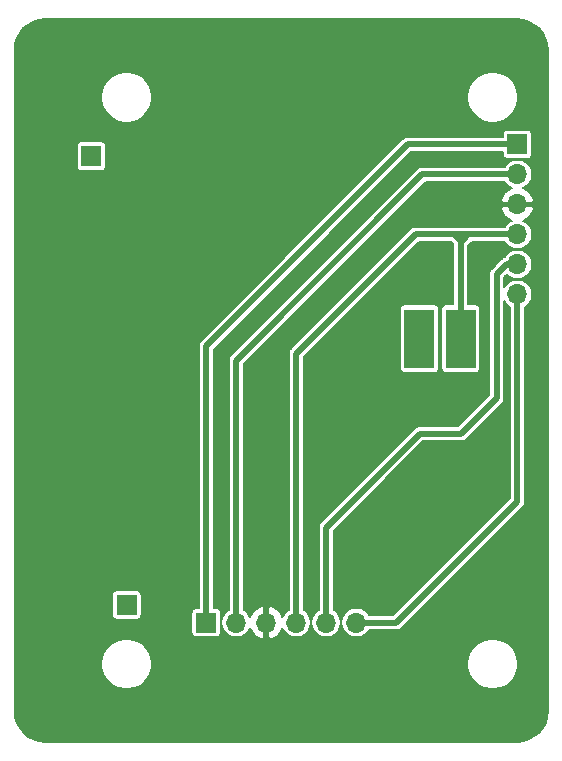
<source format=gtl>
%TF.GenerationSoftware,KiCad,Pcbnew,(5.1.10)-1*%
%TF.CreationDate,2022-06-29T16:45:49+02:00*%
%TF.ProjectId,Stop_BBM_3PIC,53746f70-5f42-4424-9d5f-335049432e6b,FOR 1.1*%
%TF.SameCoordinates,Original*%
%TF.FileFunction,Copper,L1,Top*%
%TF.FilePolarity,Positive*%
%FSLAX46Y46*%
G04 Gerber Fmt 4.6, Leading zero omitted, Abs format (unit mm)*
G04 Created by KiCad (PCBNEW (5.1.10)-1) date 2022-06-29 16:45:49*
%MOMM*%
%LPD*%
G01*
G04 APERTURE LIST*
%TA.AperFunction,ComponentPad*%
%ADD10O,1.700000X1.700000*%
%TD*%
%TA.AperFunction,ComponentPad*%
%ADD11R,1.700000X1.700000*%
%TD*%
%TA.AperFunction,SMDPad,CuDef*%
%ADD12R,2.500000X5.000000*%
%TD*%
%TA.AperFunction,Conductor*%
%ADD13C,0.500000*%
%TD*%
%TA.AperFunction,Conductor*%
%ADD14C,0.200000*%
%TD*%
%TA.AperFunction,Conductor*%
%ADD15C,0.100000*%
%TD*%
G04 APERTURE END LIST*
D10*
%TO.P,J3,6*%
%TO.N,Vbatt*%
X122000000Y-131700000D03*
%TO.P,J3,5*%
%TO.N,ISCPCLK*%
X122000000Y-129160000D03*
%TO.P,J3,4*%
%TO.N,ISCPDAT*%
X122000000Y-126620000D03*
%TO.P,J3,3*%
%TO.N,GND*%
X122000000Y-124080000D03*
%TO.P,J3,2*%
%TO.N,+3V3_5V*%
X122000000Y-121540000D03*
D11*
%TO.P,J3,1*%
%TO.N,MCLR*%
X122000000Y-119000000D03*
%TD*%
D12*
%TO.P,J1,2*%
%TO.N,ISCPDAT*%
X117200000Y-135450000D03*
%TO.P,J1,1*%
%TO.N,Net-(J1-Pad1)*%
X113700000Y-135450000D03*
%TD*%
D10*
%TO.P,J2,6*%
%TO.N,Vbatt*%
X108350000Y-159490000D03*
%TO.P,J2,5*%
%TO.N,ISCPCLK*%
X105810000Y-159490000D03*
%TO.P,J2,4*%
%TO.N,ISCPDAT*%
X103270000Y-159490000D03*
%TO.P,J2,3*%
%TO.N,GND*%
X100730000Y-159490000D03*
%TO.P,J2,2*%
%TO.N,+3V3_5V*%
X98190000Y-159490000D03*
D11*
%TO.P,J2,1*%
%TO.N,MCLR*%
X95650000Y-159490000D03*
%TD*%
%TO.P,J4,1*%
%TO.N,ISCPDAT*%
X117200000Y-135450000D03*
%TD*%
%TO.P,J5,1*%
%TO.N,Net-(J5-Pad1)*%
X85920000Y-120000000D03*
%TD*%
%TO.P,J6,1*%
%TO.N,Net-(J6-Pad1)*%
X88920000Y-158000000D03*
%TD*%
D13*
%TO.N,Vbatt*%
X108350000Y-159490000D02*
X111760000Y-159490000D01*
X122000000Y-149250000D02*
X122000000Y-131700000D01*
X111760000Y-159490000D02*
X122000000Y-149250000D01*
%TO.N,+3V3_5V*%
X122000000Y-121540000D02*
X113960000Y-121540000D01*
X98190000Y-137310000D02*
X98190000Y-159490000D01*
X113960000Y-121540000D02*
X98190000Y-137310000D01*
%TO.N,MCLR*%
X95650000Y-159490000D02*
X95650000Y-136100000D01*
X112750000Y-119000000D02*
X122000000Y-119000000D01*
X95650000Y-136100000D02*
X112750000Y-119000000D01*
%TO.N,ISCPDAT*%
X103270000Y-159490000D02*
X103270000Y-136730000D01*
X103270000Y-136730000D02*
X113380000Y-126620000D01*
X117120000Y-126620000D02*
X117620000Y-126620000D01*
X117620000Y-126620000D02*
X122000000Y-126620000D01*
X116620000Y-126620000D02*
X117120000Y-126620000D01*
X113380000Y-126620000D02*
X116620000Y-126620000D01*
X117200000Y-126700000D02*
X117120000Y-126620000D01*
X117620000Y-126880000D02*
X117200000Y-127300000D01*
X117620000Y-126620000D02*
X117620000Y-126880000D01*
X117200000Y-127300000D02*
X117200000Y-126700000D01*
X117200000Y-135450000D02*
X117200000Y-127300000D01*
X117200000Y-127200000D02*
X116620000Y-126620000D01*
X117200000Y-127300000D02*
X117200000Y-127200000D01*
%TO.N,ISCPCLK*%
X122000000Y-129160000D02*
X121090000Y-129160000D01*
X121090000Y-129160000D02*
X120250000Y-130000000D01*
X120250000Y-130000000D02*
X120250000Y-140500000D01*
X120250000Y-140500000D02*
X117250000Y-143500000D01*
X117250000Y-143500000D02*
X113750000Y-143500000D01*
X105810000Y-151440000D02*
X105810000Y-159490000D01*
X113750000Y-143500000D02*
X105810000Y-151440000D01*
%TD*%
D14*
%TO.N,GND*%
X122499759Y-108476041D02*
X122980480Y-108621179D01*
X123423856Y-108856925D01*
X123812996Y-109174300D01*
X124133081Y-109561216D01*
X124371919Y-110002939D01*
X124520410Y-110482634D01*
X124575000Y-111002025D01*
X124575001Y-166979200D01*
X124523959Y-167499759D01*
X124378821Y-167980480D01*
X124143075Y-168423856D01*
X123825697Y-168812998D01*
X123438784Y-169133081D01*
X122997061Y-169371919D01*
X122517368Y-169520410D01*
X121997975Y-169575000D01*
X82020790Y-169575000D01*
X81500241Y-169523959D01*
X81019520Y-169378821D01*
X80576144Y-169143075D01*
X80187002Y-168825697D01*
X79866919Y-168438784D01*
X79628081Y-167997061D01*
X79479590Y-167517368D01*
X79425000Y-166997975D01*
X79425000Y-162788243D01*
X86770000Y-162788243D01*
X86770000Y-163211757D01*
X86852623Y-163627132D01*
X87014695Y-164018407D01*
X87249986Y-164370545D01*
X87549455Y-164670014D01*
X87901593Y-164905305D01*
X88292868Y-165067377D01*
X88708243Y-165150000D01*
X89131757Y-165150000D01*
X89547132Y-165067377D01*
X89938407Y-164905305D01*
X90290545Y-164670014D01*
X90590014Y-164370545D01*
X90825305Y-164018407D01*
X90987377Y-163627132D01*
X91070000Y-163211757D01*
X91070000Y-162788243D01*
X117770000Y-162788243D01*
X117770000Y-163211757D01*
X117852623Y-163627132D01*
X118014695Y-164018407D01*
X118249986Y-164370545D01*
X118549455Y-164670014D01*
X118901593Y-164905305D01*
X119292868Y-165067377D01*
X119708243Y-165150000D01*
X120131757Y-165150000D01*
X120547132Y-165067377D01*
X120938407Y-164905305D01*
X121290545Y-164670014D01*
X121590014Y-164370545D01*
X121825305Y-164018407D01*
X121987377Y-163627132D01*
X122070000Y-163211757D01*
X122070000Y-162788243D01*
X121987377Y-162372868D01*
X121825305Y-161981593D01*
X121590014Y-161629455D01*
X121290545Y-161329986D01*
X120938407Y-161094695D01*
X120547132Y-160932623D01*
X120131757Y-160850000D01*
X119708243Y-160850000D01*
X119292868Y-160932623D01*
X118901593Y-161094695D01*
X118549455Y-161329986D01*
X118249986Y-161629455D01*
X118014695Y-161981593D01*
X117852623Y-162372868D01*
X117770000Y-162788243D01*
X91070000Y-162788243D01*
X90987377Y-162372868D01*
X90825305Y-161981593D01*
X90590014Y-161629455D01*
X90290545Y-161329986D01*
X89938407Y-161094695D01*
X89547132Y-160932623D01*
X89131757Y-160850000D01*
X88708243Y-160850000D01*
X88292868Y-160932623D01*
X87901593Y-161094695D01*
X87549455Y-161329986D01*
X87249986Y-161629455D01*
X87014695Y-161981593D01*
X86852623Y-162372868D01*
X86770000Y-162788243D01*
X79425000Y-162788243D01*
X79425000Y-157150000D01*
X87668065Y-157150000D01*
X87668065Y-158850000D01*
X87675788Y-158928414D01*
X87698660Y-159003814D01*
X87735803Y-159073303D01*
X87785789Y-159134211D01*
X87846697Y-159184197D01*
X87916186Y-159221340D01*
X87991586Y-159244212D01*
X88070000Y-159251935D01*
X89770000Y-159251935D01*
X89848414Y-159244212D01*
X89923814Y-159221340D01*
X89993303Y-159184197D01*
X90054211Y-159134211D01*
X90104197Y-159073303D01*
X90141340Y-159003814D01*
X90164212Y-158928414D01*
X90171935Y-158850000D01*
X90171935Y-158640000D01*
X94398065Y-158640000D01*
X94398065Y-160340000D01*
X94405788Y-160418414D01*
X94428660Y-160493814D01*
X94465803Y-160563303D01*
X94515789Y-160624211D01*
X94576697Y-160674197D01*
X94646186Y-160711340D01*
X94721586Y-160734212D01*
X94800000Y-160741935D01*
X96500000Y-160741935D01*
X96578414Y-160734212D01*
X96653814Y-160711340D01*
X96723303Y-160674197D01*
X96784211Y-160624211D01*
X96834197Y-160563303D01*
X96871340Y-160493814D01*
X96894212Y-160418414D01*
X96901935Y-160340000D01*
X96901935Y-159366886D01*
X96940000Y-159366886D01*
X96940000Y-159613114D01*
X96988037Y-159854611D01*
X97082265Y-160082097D01*
X97219062Y-160286828D01*
X97393172Y-160460938D01*
X97597903Y-160597735D01*
X97825389Y-160691963D01*
X98066886Y-160740000D01*
X98313114Y-160740000D01*
X98554611Y-160691963D01*
X98782097Y-160597735D01*
X98986828Y-160460938D01*
X99160938Y-160286828D01*
X99297735Y-160082097D01*
X99352588Y-159949670D01*
X99423065Y-160136300D01*
X99574264Y-160378852D01*
X99769878Y-160587246D01*
X100002389Y-160753473D01*
X100262861Y-160871146D01*
X100351090Y-160897903D01*
X100576000Y-160786889D01*
X100576000Y-159644000D01*
X100556000Y-159644000D01*
X100556000Y-159336000D01*
X100576000Y-159336000D01*
X100576000Y-158193111D01*
X100884000Y-158193111D01*
X100884000Y-159336000D01*
X100904000Y-159336000D01*
X100904000Y-159644000D01*
X100884000Y-159644000D01*
X100884000Y-160786889D01*
X101108910Y-160897903D01*
X101197139Y-160871146D01*
X101457611Y-160753473D01*
X101690122Y-160587246D01*
X101885736Y-160378852D01*
X102036935Y-160136300D01*
X102107412Y-159949670D01*
X102162265Y-160082097D01*
X102299062Y-160286828D01*
X102473172Y-160460938D01*
X102677903Y-160597735D01*
X102905389Y-160691963D01*
X103146886Y-160740000D01*
X103393114Y-160740000D01*
X103634611Y-160691963D01*
X103862097Y-160597735D01*
X104066828Y-160460938D01*
X104240938Y-160286828D01*
X104377735Y-160082097D01*
X104471963Y-159854611D01*
X104520000Y-159613114D01*
X104520000Y-159366886D01*
X104560000Y-159366886D01*
X104560000Y-159613114D01*
X104608037Y-159854611D01*
X104702265Y-160082097D01*
X104839062Y-160286828D01*
X105013172Y-160460938D01*
X105217903Y-160597735D01*
X105445389Y-160691963D01*
X105686886Y-160740000D01*
X105933114Y-160740000D01*
X106174611Y-160691963D01*
X106402097Y-160597735D01*
X106606828Y-160460938D01*
X106780938Y-160286828D01*
X106917735Y-160082097D01*
X107011963Y-159854611D01*
X107060000Y-159613114D01*
X107060000Y-159366886D01*
X107011963Y-159125389D01*
X106917735Y-158897903D01*
X106780938Y-158693172D01*
X106606828Y-158519062D01*
X106460000Y-158420955D01*
X106460000Y-151709238D01*
X114019238Y-144150000D01*
X117218079Y-144150000D01*
X117250000Y-144153144D01*
X117281921Y-144150000D01*
X117281932Y-144150000D01*
X117377422Y-144140595D01*
X117499948Y-144103427D01*
X117612868Y-144043070D01*
X117711843Y-143961843D01*
X117732200Y-143937038D01*
X120687038Y-140982200D01*
X120711843Y-140961843D01*
X120793070Y-140862868D01*
X120853427Y-140749948D01*
X120890595Y-140627422D01*
X120900000Y-140531932D01*
X120900000Y-140531924D01*
X120903144Y-140500000D01*
X120900000Y-140468076D01*
X120900000Y-132303673D01*
X121029062Y-132496828D01*
X121203172Y-132670938D01*
X121350001Y-132769046D01*
X121350000Y-148980762D01*
X111490762Y-158840000D01*
X109419045Y-158840000D01*
X109320938Y-158693172D01*
X109146828Y-158519062D01*
X108942097Y-158382265D01*
X108714611Y-158288037D01*
X108473114Y-158240000D01*
X108226886Y-158240000D01*
X107985389Y-158288037D01*
X107757903Y-158382265D01*
X107553172Y-158519062D01*
X107379062Y-158693172D01*
X107242265Y-158897903D01*
X107148037Y-159125389D01*
X107100000Y-159366886D01*
X107100000Y-159613114D01*
X107148037Y-159854611D01*
X107242265Y-160082097D01*
X107379062Y-160286828D01*
X107553172Y-160460938D01*
X107757903Y-160597735D01*
X107985389Y-160691963D01*
X108226886Y-160740000D01*
X108473114Y-160740000D01*
X108714611Y-160691963D01*
X108942097Y-160597735D01*
X109146828Y-160460938D01*
X109320938Y-160286828D01*
X109419045Y-160140000D01*
X111728079Y-160140000D01*
X111760000Y-160143144D01*
X111791921Y-160140000D01*
X111791932Y-160140000D01*
X111887422Y-160130595D01*
X112009948Y-160093427D01*
X112122868Y-160033070D01*
X112221843Y-159951843D01*
X112242200Y-159927038D01*
X122437039Y-149732199D01*
X122461843Y-149711843D01*
X122501303Y-149663760D01*
X122543070Y-149612869D01*
X122603427Y-149499948D01*
X122603427Y-149499947D01*
X122640595Y-149377422D01*
X122650000Y-149281932D01*
X122650000Y-149281921D01*
X122653144Y-149250000D01*
X122650000Y-149218079D01*
X122650000Y-132769045D01*
X122796828Y-132670938D01*
X122970938Y-132496828D01*
X123107735Y-132292097D01*
X123201963Y-132064611D01*
X123250000Y-131823114D01*
X123250000Y-131576886D01*
X123201963Y-131335389D01*
X123107735Y-131107903D01*
X122970938Y-130903172D01*
X122796828Y-130729062D01*
X122592097Y-130592265D01*
X122364611Y-130498037D01*
X122123114Y-130450000D01*
X121876886Y-130450000D01*
X121635389Y-130498037D01*
X121407903Y-130592265D01*
X121203172Y-130729062D01*
X121029062Y-130903172D01*
X120900000Y-131096327D01*
X120900000Y-130269238D01*
X121120736Y-130048502D01*
X121203172Y-130130938D01*
X121407903Y-130267735D01*
X121635389Y-130361963D01*
X121876886Y-130410000D01*
X122123114Y-130410000D01*
X122364611Y-130361963D01*
X122592097Y-130267735D01*
X122796828Y-130130938D01*
X122970938Y-129956828D01*
X123107735Y-129752097D01*
X123201963Y-129524611D01*
X123250000Y-129283114D01*
X123250000Y-129036886D01*
X123201963Y-128795389D01*
X123107735Y-128567903D01*
X122970938Y-128363172D01*
X122796828Y-128189062D01*
X122592097Y-128052265D01*
X122364611Y-127958037D01*
X122123114Y-127910000D01*
X121876886Y-127910000D01*
X121635389Y-127958037D01*
X121407903Y-128052265D01*
X121203172Y-128189062D01*
X121029062Y-128363172D01*
X120915034Y-128533828D01*
X120840052Y-128556573D01*
X120727132Y-128616930D01*
X120727130Y-128616931D01*
X120727131Y-128616931D01*
X120652959Y-128677802D01*
X120652957Y-128677804D01*
X120628157Y-128698157D01*
X120607804Y-128722957D01*
X119812962Y-129517800D01*
X119788157Y-129538157D01*
X119767802Y-129562960D01*
X119706930Y-129637132D01*
X119671686Y-129703070D01*
X119646573Y-129750053D01*
X119609405Y-129872579D01*
X119600000Y-129968069D01*
X119600000Y-129968079D01*
X119596856Y-130000000D01*
X119600000Y-130031922D01*
X119600001Y-140230761D01*
X116980762Y-142850000D01*
X113781924Y-142850000D01*
X113750000Y-142846856D01*
X113718076Y-142850000D01*
X113718068Y-142850000D01*
X113622578Y-142859405D01*
X113500052Y-142896573D01*
X113387132Y-142956930D01*
X113288157Y-143038157D01*
X113267802Y-143062960D01*
X105372962Y-150957800D01*
X105348157Y-150978157D01*
X105327802Y-151002960D01*
X105266930Y-151077132D01*
X105206574Y-151190052D01*
X105206573Y-151190053D01*
X105169405Y-151312579D01*
X105160000Y-151408069D01*
X105160000Y-151408079D01*
X105156856Y-151440000D01*
X105160000Y-151471922D01*
X105160001Y-158420954D01*
X105013172Y-158519062D01*
X104839062Y-158693172D01*
X104702265Y-158897903D01*
X104608037Y-159125389D01*
X104560000Y-159366886D01*
X104520000Y-159366886D01*
X104471963Y-159125389D01*
X104377735Y-158897903D01*
X104240938Y-158693172D01*
X104066828Y-158519062D01*
X103920000Y-158420955D01*
X103920000Y-136999238D01*
X107969238Y-132950000D01*
X112048065Y-132950000D01*
X112048065Y-137950000D01*
X112055788Y-138028414D01*
X112078660Y-138103814D01*
X112115803Y-138173303D01*
X112165789Y-138234211D01*
X112226697Y-138284197D01*
X112296186Y-138321340D01*
X112371586Y-138344212D01*
X112450000Y-138351935D01*
X114950000Y-138351935D01*
X115028414Y-138344212D01*
X115103814Y-138321340D01*
X115173303Y-138284197D01*
X115234211Y-138234211D01*
X115284197Y-138173303D01*
X115321340Y-138103814D01*
X115344212Y-138028414D01*
X115351935Y-137950000D01*
X115351935Y-132950000D01*
X115344212Y-132871586D01*
X115321340Y-132796186D01*
X115284197Y-132726697D01*
X115234211Y-132665789D01*
X115173303Y-132615803D01*
X115103814Y-132578660D01*
X115028414Y-132555788D01*
X114950000Y-132548065D01*
X112450000Y-132548065D01*
X112371586Y-132555788D01*
X112296186Y-132578660D01*
X112226697Y-132615803D01*
X112165789Y-132665789D01*
X112115803Y-132726697D01*
X112078660Y-132796186D01*
X112055788Y-132871586D01*
X112048065Y-132950000D01*
X107969238Y-132950000D01*
X113649239Y-127270000D01*
X116350762Y-127270000D01*
X116550001Y-127469239D01*
X116550000Y-132548065D01*
X115950000Y-132548065D01*
X115871586Y-132555788D01*
X115796186Y-132578660D01*
X115726697Y-132615803D01*
X115665789Y-132665789D01*
X115615803Y-132726697D01*
X115578660Y-132796186D01*
X115555788Y-132871586D01*
X115548065Y-132950000D01*
X115548065Y-137950000D01*
X115555788Y-138028414D01*
X115578660Y-138103814D01*
X115615803Y-138173303D01*
X115665789Y-138234211D01*
X115726697Y-138284197D01*
X115796186Y-138321340D01*
X115871586Y-138344212D01*
X115950000Y-138351935D01*
X118450000Y-138351935D01*
X118528414Y-138344212D01*
X118603814Y-138321340D01*
X118673303Y-138284197D01*
X118734211Y-138234211D01*
X118784197Y-138173303D01*
X118821340Y-138103814D01*
X118844212Y-138028414D01*
X118851935Y-137950000D01*
X118851935Y-132950000D01*
X118844212Y-132871586D01*
X118821340Y-132796186D01*
X118784197Y-132726697D01*
X118734211Y-132665789D01*
X118673303Y-132615803D01*
X118603814Y-132578660D01*
X118528414Y-132555788D01*
X118450000Y-132548065D01*
X117850000Y-132548065D01*
X117850000Y-127569238D01*
X118057033Y-127362204D01*
X118081843Y-127341843D01*
X118140803Y-127270000D01*
X120930955Y-127270000D01*
X121029062Y-127416828D01*
X121203172Y-127590938D01*
X121407903Y-127727735D01*
X121635389Y-127821963D01*
X121876886Y-127870000D01*
X122123114Y-127870000D01*
X122364611Y-127821963D01*
X122592097Y-127727735D01*
X122796828Y-127590938D01*
X122970938Y-127416828D01*
X123107735Y-127212097D01*
X123201963Y-126984611D01*
X123250000Y-126743114D01*
X123250000Y-126496886D01*
X123201963Y-126255389D01*
X123107735Y-126027903D01*
X122970938Y-125823172D01*
X122796828Y-125649062D01*
X122592097Y-125512265D01*
X122459670Y-125457412D01*
X122646300Y-125386935D01*
X122888852Y-125235736D01*
X123097246Y-125040122D01*
X123263473Y-124807611D01*
X123381146Y-124547139D01*
X123407903Y-124458910D01*
X123296889Y-124234000D01*
X122154000Y-124234000D01*
X122154000Y-124254000D01*
X121846000Y-124254000D01*
X121846000Y-124234000D01*
X120703111Y-124234000D01*
X120592097Y-124458910D01*
X120618854Y-124547139D01*
X120736527Y-124807611D01*
X120902754Y-125040122D01*
X121111148Y-125235736D01*
X121353700Y-125386935D01*
X121540330Y-125457412D01*
X121407903Y-125512265D01*
X121203172Y-125649062D01*
X121029062Y-125823172D01*
X120930955Y-125970000D01*
X117651931Y-125970000D01*
X117620000Y-125966855D01*
X117588068Y-125970000D01*
X117151921Y-125970000D01*
X117120000Y-125966856D01*
X117088079Y-125970000D01*
X116651921Y-125970000D01*
X116620000Y-125966856D01*
X116588079Y-125970000D01*
X113411920Y-125970000D01*
X113379999Y-125966856D01*
X113348078Y-125970000D01*
X113348068Y-125970000D01*
X113252578Y-125979405D01*
X113130052Y-126016573D01*
X113017132Y-126076930D01*
X113017130Y-126076931D01*
X113017131Y-126076931D01*
X112942959Y-126137802D01*
X112942957Y-126137804D01*
X112918157Y-126158157D01*
X112897804Y-126182957D01*
X102832957Y-136247805D01*
X102808158Y-136268157D01*
X102787805Y-136292957D01*
X102787802Y-136292960D01*
X102726930Y-136367132D01*
X102666573Y-136480053D01*
X102629406Y-136602578D01*
X102622634Y-136671340D01*
X102616856Y-136730000D01*
X102620001Y-136761932D01*
X102620000Y-158420955D01*
X102473172Y-158519062D01*
X102299062Y-158693172D01*
X102162265Y-158897903D01*
X102107412Y-159030330D01*
X102036935Y-158843700D01*
X101885736Y-158601148D01*
X101690122Y-158392754D01*
X101457611Y-158226527D01*
X101197139Y-158108854D01*
X101108910Y-158082097D01*
X100884000Y-158193111D01*
X100576000Y-158193111D01*
X100351090Y-158082097D01*
X100262861Y-158108854D01*
X100002389Y-158226527D01*
X99769878Y-158392754D01*
X99574264Y-158601148D01*
X99423065Y-158843700D01*
X99352588Y-159030330D01*
X99297735Y-158897903D01*
X99160938Y-158693172D01*
X98986828Y-158519062D01*
X98840000Y-158420955D01*
X98840000Y-137579238D01*
X114229238Y-122190000D01*
X120930955Y-122190000D01*
X121029062Y-122336828D01*
X121203172Y-122510938D01*
X121407903Y-122647735D01*
X121540330Y-122702588D01*
X121353700Y-122773065D01*
X121111148Y-122924264D01*
X120902754Y-123119878D01*
X120736527Y-123352389D01*
X120618854Y-123612861D01*
X120592097Y-123701090D01*
X120703111Y-123926000D01*
X121846000Y-123926000D01*
X121846000Y-123906000D01*
X122154000Y-123906000D01*
X122154000Y-123926000D01*
X123296889Y-123926000D01*
X123407903Y-123701090D01*
X123381146Y-123612861D01*
X123263473Y-123352389D01*
X123097246Y-123119878D01*
X122888852Y-122924264D01*
X122646300Y-122773065D01*
X122459670Y-122702588D01*
X122592097Y-122647735D01*
X122796828Y-122510938D01*
X122970938Y-122336828D01*
X123107735Y-122132097D01*
X123201963Y-121904611D01*
X123250000Y-121663114D01*
X123250000Y-121416886D01*
X123201963Y-121175389D01*
X123107735Y-120947903D01*
X122970938Y-120743172D01*
X122796828Y-120569062D01*
X122592097Y-120432265D01*
X122364611Y-120338037D01*
X122123114Y-120290000D01*
X121876886Y-120290000D01*
X121635389Y-120338037D01*
X121407903Y-120432265D01*
X121203172Y-120569062D01*
X121029062Y-120743172D01*
X120930955Y-120890000D01*
X113991921Y-120890000D01*
X113960000Y-120886856D01*
X113928079Y-120890000D01*
X113928068Y-120890000D01*
X113832578Y-120899405D01*
X113736949Y-120928414D01*
X113710052Y-120936573D01*
X113597131Y-120996930D01*
X113546240Y-121038697D01*
X113498157Y-121078157D01*
X113477800Y-121102962D01*
X97752962Y-136827800D01*
X97728157Y-136848157D01*
X97707802Y-136872960D01*
X97646930Y-136947132D01*
X97586574Y-137060052D01*
X97586573Y-137060053D01*
X97549405Y-137182579D01*
X97540000Y-137278069D01*
X97540000Y-137278079D01*
X97536856Y-137310000D01*
X97540000Y-137341922D01*
X97540001Y-158420954D01*
X97393172Y-158519062D01*
X97219062Y-158693172D01*
X97082265Y-158897903D01*
X96988037Y-159125389D01*
X96940000Y-159366886D01*
X96901935Y-159366886D01*
X96901935Y-158640000D01*
X96894212Y-158561586D01*
X96871340Y-158486186D01*
X96834197Y-158416697D01*
X96784211Y-158355789D01*
X96723303Y-158305803D01*
X96653814Y-158268660D01*
X96578414Y-158245788D01*
X96500000Y-158238065D01*
X96300000Y-158238065D01*
X96300000Y-136369238D01*
X113019239Y-119650000D01*
X120748065Y-119650000D01*
X120748065Y-119850000D01*
X120755788Y-119928414D01*
X120778660Y-120003814D01*
X120815803Y-120073303D01*
X120865789Y-120134211D01*
X120926697Y-120184197D01*
X120996186Y-120221340D01*
X121071586Y-120244212D01*
X121150000Y-120251935D01*
X122850000Y-120251935D01*
X122928414Y-120244212D01*
X123003814Y-120221340D01*
X123073303Y-120184197D01*
X123134211Y-120134211D01*
X123184197Y-120073303D01*
X123221340Y-120003814D01*
X123244212Y-119928414D01*
X123251935Y-119850000D01*
X123251935Y-118150000D01*
X123244212Y-118071586D01*
X123221340Y-117996186D01*
X123184197Y-117926697D01*
X123134211Y-117865789D01*
X123073303Y-117815803D01*
X123003814Y-117778660D01*
X122928414Y-117755788D01*
X122850000Y-117748065D01*
X121150000Y-117748065D01*
X121071586Y-117755788D01*
X120996186Y-117778660D01*
X120926697Y-117815803D01*
X120865789Y-117865789D01*
X120815803Y-117926697D01*
X120778660Y-117996186D01*
X120755788Y-118071586D01*
X120748065Y-118150000D01*
X120748065Y-118350000D01*
X112781921Y-118350000D01*
X112750000Y-118346856D01*
X112718079Y-118350000D01*
X112718068Y-118350000D01*
X112622578Y-118359405D01*
X112500052Y-118396573D01*
X112387131Y-118456930D01*
X112312959Y-118517802D01*
X112312957Y-118517804D01*
X112288157Y-118538157D01*
X112267804Y-118562957D01*
X95212958Y-135617804D01*
X95188158Y-135638157D01*
X95167805Y-135662957D01*
X95167802Y-135662960D01*
X95106930Y-135737132D01*
X95046573Y-135850053D01*
X95009406Y-135972578D01*
X94996856Y-136100000D01*
X95000001Y-136131932D01*
X95000000Y-158238065D01*
X94800000Y-158238065D01*
X94721586Y-158245788D01*
X94646186Y-158268660D01*
X94576697Y-158305803D01*
X94515789Y-158355789D01*
X94465803Y-158416697D01*
X94428660Y-158486186D01*
X94405788Y-158561586D01*
X94398065Y-158640000D01*
X90171935Y-158640000D01*
X90171935Y-157150000D01*
X90164212Y-157071586D01*
X90141340Y-156996186D01*
X90104197Y-156926697D01*
X90054211Y-156865789D01*
X89993303Y-156815803D01*
X89923814Y-156778660D01*
X89848414Y-156755788D01*
X89770000Y-156748065D01*
X88070000Y-156748065D01*
X87991586Y-156755788D01*
X87916186Y-156778660D01*
X87846697Y-156815803D01*
X87785789Y-156865789D01*
X87735803Y-156926697D01*
X87698660Y-156996186D01*
X87675788Y-157071586D01*
X87668065Y-157150000D01*
X79425000Y-157150000D01*
X79425000Y-119150000D01*
X84668065Y-119150000D01*
X84668065Y-120850000D01*
X84675788Y-120928414D01*
X84698660Y-121003814D01*
X84735803Y-121073303D01*
X84785789Y-121134211D01*
X84846697Y-121184197D01*
X84916186Y-121221340D01*
X84991586Y-121244212D01*
X85070000Y-121251935D01*
X86770000Y-121251935D01*
X86848414Y-121244212D01*
X86923814Y-121221340D01*
X86993303Y-121184197D01*
X87054211Y-121134211D01*
X87104197Y-121073303D01*
X87141340Y-121003814D01*
X87164212Y-120928414D01*
X87171935Y-120850000D01*
X87171935Y-119150000D01*
X87164212Y-119071586D01*
X87141340Y-118996186D01*
X87104197Y-118926697D01*
X87054211Y-118865789D01*
X86993303Y-118815803D01*
X86923814Y-118778660D01*
X86848414Y-118755788D01*
X86770000Y-118748065D01*
X85070000Y-118748065D01*
X84991586Y-118755788D01*
X84916186Y-118778660D01*
X84846697Y-118815803D01*
X84785789Y-118865789D01*
X84735803Y-118926697D01*
X84698660Y-118996186D01*
X84675788Y-119071586D01*
X84668065Y-119150000D01*
X79425000Y-119150000D01*
X79425000Y-114788243D01*
X86770000Y-114788243D01*
X86770000Y-115211757D01*
X86852623Y-115627132D01*
X87014695Y-116018407D01*
X87249986Y-116370545D01*
X87549455Y-116670014D01*
X87901593Y-116905305D01*
X88292868Y-117067377D01*
X88708243Y-117150000D01*
X89131757Y-117150000D01*
X89547132Y-117067377D01*
X89938407Y-116905305D01*
X90290545Y-116670014D01*
X90590014Y-116370545D01*
X90825305Y-116018407D01*
X90987377Y-115627132D01*
X91070000Y-115211757D01*
X91070000Y-114788243D01*
X117770000Y-114788243D01*
X117770000Y-115211757D01*
X117852623Y-115627132D01*
X118014695Y-116018407D01*
X118249986Y-116370545D01*
X118549455Y-116670014D01*
X118901593Y-116905305D01*
X119292868Y-117067377D01*
X119708243Y-117150000D01*
X120131757Y-117150000D01*
X120547132Y-117067377D01*
X120938407Y-116905305D01*
X121290545Y-116670014D01*
X121590014Y-116370545D01*
X121825305Y-116018407D01*
X121987377Y-115627132D01*
X122070000Y-115211757D01*
X122070000Y-114788243D01*
X121987377Y-114372868D01*
X121825305Y-113981593D01*
X121590014Y-113629455D01*
X121290545Y-113329986D01*
X120938407Y-113094695D01*
X120547132Y-112932623D01*
X120131757Y-112850000D01*
X119708243Y-112850000D01*
X119292868Y-112932623D01*
X118901593Y-113094695D01*
X118549455Y-113329986D01*
X118249986Y-113629455D01*
X118014695Y-113981593D01*
X117852623Y-114372868D01*
X117770000Y-114788243D01*
X91070000Y-114788243D01*
X90987377Y-114372868D01*
X90825305Y-113981593D01*
X90590014Y-113629455D01*
X90290545Y-113329986D01*
X89938407Y-113094695D01*
X89547132Y-112932623D01*
X89131757Y-112850000D01*
X88708243Y-112850000D01*
X88292868Y-112932623D01*
X87901593Y-113094695D01*
X87549455Y-113329986D01*
X87249986Y-113629455D01*
X87014695Y-113981593D01*
X86852623Y-114372868D01*
X86770000Y-114788243D01*
X79425000Y-114788243D01*
X79425000Y-111020790D01*
X79476041Y-110500241D01*
X79621179Y-110019520D01*
X79856925Y-109576144D01*
X80174300Y-109187004D01*
X80561216Y-108866919D01*
X81002939Y-108628081D01*
X81482634Y-108479590D01*
X82002025Y-108425000D01*
X121979210Y-108425000D01*
X122499759Y-108476041D01*
%TA.AperFunction,Conductor*%
D15*
G36*
X122499759Y-108476041D02*
G01*
X122980480Y-108621179D01*
X123423856Y-108856925D01*
X123812996Y-109174300D01*
X124133081Y-109561216D01*
X124371919Y-110002939D01*
X124520410Y-110482634D01*
X124575000Y-111002025D01*
X124575001Y-166979200D01*
X124523959Y-167499759D01*
X124378821Y-167980480D01*
X124143075Y-168423856D01*
X123825697Y-168812998D01*
X123438784Y-169133081D01*
X122997061Y-169371919D01*
X122517368Y-169520410D01*
X121997975Y-169575000D01*
X82020790Y-169575000D01*
X81500241Y-169523959D01*
X81019520Y-169378821D01*
X80576144Y-169143075D01*
X80187002Y-168825697D01*
X79866919Y-168438784D01*
X79628081Y-167997061D01*
X79479590Y-167517368D01*
X79425000Y-166997975D01*
X79425000Y-162788243D01*
X86770000Y-162788243D01*
X86770000Y-163211757D01*
X86852623Y-163627132D01*
X87014695Y-164018407D01*
X87249986Y-164370545D01*
X87549455Y-164670014D01*
X87901593Y-164905305D01*
X88292868Y-165067377D01*
X88708243Y-165150000D01*
X89131757Y-165150000D01*
X89547132Y-165067377D01*
X89938407Y-164905305D01*
X90290545Y-164670014D01*
X90590014Y-164370545D01*
X90825305Y-164018407D01*
X90987377Y-163627132D01*
X91070000Y-163211757D01*
X91070000Y-162788243D01*
X117770000Y-162788243D01*
X117770000Y-163211757D01*
X117852623Y-163627132D01*
X118014695Y-164018407D01*
X118249986Y-164370545D01*
X118549455Y-164670014D01*
X118901593Y-164905305D01*
X119292868Y-165067377D01*
X119708243Y-165150000D01*
X120131757Y-165150000D01*
X120547132Y-165067377D01*
X120938407Y-164905305D01*
X121290545Y-164670014D01*
X121590014Y-164370545D01*
X121825305Y-164018407D01*
X121987377Y-163627132D01*
X122070000Y-163211757D01*
X122070000Y-162788243D01*
X121987377Y-162372868D01*
X121825305Y-161981593D01*
X121590014Y-161629455D01*
X121290545Y-161329986D01*
X120938407Y-161094695D01*
X120547132Y-160932623D01*
X120131757Y-160850000D01*
X119708243Y-160850000D01*
X119292868Y-160932623D01*
X118901593Y-161094695D01*
X118549455Y-161329986D01*
X118249986Y-161629455D01*
X118014695Y-161981593D01*
X117852623Y-162372868D01*
X117770000Y-162788243D01*
X91070000Y-162788243D01*
X90987377Y-162372868D01*
X90825305Y-161981593D01*
X90590014Y-161629455D01*
X90290545Y-161329986D01*
X89938407Y-161094695D01*
X89547132Y-160932623D01*
X89131757Y-160850000D01*
X88708243Y-160850000D01*
X88292868Y-160932623D01*
X87901593Y-161094695D01*
X87549455Y-161329986D01*
X87249986Y-161629455D01*
X87014695Y-161981593D01*
X86852623Y-162372868D01*
X86770000Y-162788243D01*
X79425000Y-162788243D01*
X79425000Y-157150000D01*
X87668065Y-157150000D01*
X87668065Y-158850000D01*
X87675788Y-158928414D01*
X87698660Y-159003814D01*
X87735803Y-159073303D01*
X87785789Y-159134211D01*
X87846697Y-159184197D01*
X87916186Y-159221340D01*
X87991586Y-159244212D01*
X88070000Y-159251935D01*
X89770000Y-159251935D01*
X89848414Y-159244212D01*
X89923814Y-159221340D01*
X89993303Y-159184197D01*
X90054211Y-159134211D01*
X90104197Y-159073303D01*
X90141340Y-159003814D01*
X90164212Y-158928414D01*
X90171935Y-158850000D01*
X90171935Y-158640000D01*
X94398065Y-158640000D01*
X94398065Y-160340000D01*
X94405788Y-160418414D01*
X94428660Y-160493814D01*
X94465803Y-160563303D01*
X94515789Y-160624211D01*
X94576697Y-160674197D01*
X94646186Y-160711340D01*
X94721586Y-160734212D01*
X94800000Y-160741935D01*
X96500000Y-160741935D01*
X96578414Y-160734212D01*
X96653814Y-160711340D01*
X96723303Y-160674197D01*
X96784211Y-160624211D01*
X96834197Y-160563303D01*
X96871340Y-160493814D01*
X96894212Y-160418414D01*
X96901935Y-160340000D01*
X96901935Y-159366886D01*
X96940000Y-159366886D01*
X96940000Y-159613114D01*
X96988037Y-159854611D01*
X97082265Y-160082097D01*
X97219062Y-160286828D01*
X97393172Y-160460938D01*
X97597903Y-160597735D01*
X97825389Y-160691963D01*
X98066886Y-160740000D01*
X98313114Y-160740000D01*
X98554611Y-160691963D01*
X98782097Y-160597735D01*
X98986828Y-160460938D01*
X99160938Y-160286828D01*
X99297735Y-160082097D01*
X99352588Y-159949670D01*
X99423065Y-160136300D01*
X99574264Y-160378852D01*
X99769878Y-160587246D01*
X100002389Y-160753473D01*
X100262861Y-160871146D01*
X100351090Y-160897903D01*
X100576000Y-160786889D01*
X100576000Y-159644000D01*
X100556000Y-159644000D01*
X100556000Y-159336000D01*
X100576000Y-159336000D01*
X100576000Y-158193111D01*
X100884000Y-158193111D01*
X100884000Y-159336000D01*
X100904000Y-159336000D01*
X100904000Y-159644000D01*
X100884000Y-159644000D01*
X100884000Y-160786889D01*
X101108910Y-160897903D01*
X101197139Y-160871146D01*
X101457611Y-160753473D01*
X101690122Y-160587246D01*
X101885736Y-160378852D01*
X102036935Y-160136300D01*
X102107412Y-159949670D01*
X102162265Y-160082097D01*
X102299062Y-160286828D01*
X102473172Y-160460938D01*
X102677903Y-160597735D01*
X102905389Y-160691963D01*
X103146886Y-160740000D01*
X103393114Y-160740000D01*
X103634611Y-160691963D01*
X103862097Y-160597735D01*
X104066828Y-160460938D01*
X104240938Y-160286828D01*
X104377735Y-160082097D01*
X104471963Y-159854611D01*
X104520000Y-159613114D01*
X104520000Y-159366886D01*
X104560000Y-159366886D01*
X104560000Y-159613114D01*
X104608037Y-159854611D01*
X104702265Y-160082097D01*
X104839062Y-160286828D01*
X105013172Y-160460938D01*
X105217903Y-160597735D01*
X105445389Y-160691963D01*
X105686886Y-160740000D01*
X105933114Y-160740000D01*
X106174611Y-160691963D01*
X106402097Y-160597735D01*
X106606828Y-160460938D01*
X106780938Y-160286828D01*
X106917735Y-160082097D01*
X107011963Y-159854611D01*
X107060000Y-159613114D01*
X107060000Y-159366886D01*
X107011963Y-159125389D01*
X106917735Y-158897903D01*
X106780938Y-158693172D01*
X106606828Y-158519062D01*
X106460000Y-158420955D01*
X106460000Y-151709238D01*
X114019238Y-144150000D01*
X117218079Y-144150000D01*
X117250000Y-144153144D01*
X117281921Y-144150000D01*
X117281932Y-144150000D01*
X117377422Y-144140595D01*
X117499948Y-144103427D01*
X117612868Y-144043070D01*
X117711843Y-143961843D01*
X117732200Y-143937038D01*
X120687038Y-140982200D01*
X120711843Y-140961843D01*
X120793070Y-140862868D01*
X120853427Y-140749948D01*
X120890595Y-140627422D01*
X120900000Y-140531932D01*
X120900000Y-140531924D01*
X120903144Y-140500000D01*
X120900000Y-140468076D01*
X120900000Y-132303673D01*
X121029062Y-132496828D01*
X121203172Y-132670938D01*
X121350001Y-132769046D01*
X121350000Y-148980762D01*
X111490762Y-158840000D01*
X109419045Y-158840000D01*
X109320938Y-158693172D01*
X109146828Y-158519062D01*
X108942097Y-158382265D01*
X108714611Y-158288037D01*
X108473114Y-158240000D01*
X108226886Y-158240000D01*
X107985389Y-158288037D01*
X107757903Y-158382265D01*
X107553172Y-158519062D01*
X107379062Y-158693172D01*
X107242265Y-158897903D01*
X107148037Y-159125389D01*
X107100000Y-159366886D01*
X107100000Y-159613114D01*
X107148037Y-159854611D01*
X107242265Y-160082097D01*
X107379062Y-160286828D01*
X107553172Y-160460938D01*
X107757903Y-160597735D01*
X107985389Y-160691963D01*
X108226886Y-160740000D01*
X108473114Y-160740000D01*
X108714611Y-160691963D01*
X108942097Y-160597735D01*
X109146828Y-160460938D01*
X109320938Y-160286828D01*
X109419045Y-160140000D01*
X111728079Y-160140000D01*
X111760000Y-160143144D01*
X111791921Y-160140000D01*
X111791932Y-160140000D01*
X111887422Y-160130595D01*
X112009948Y-160093427D01*
X112122868Y-160033070D01*
X112221843Y-159951843D01*
X112242200Y-159927038D01*
X122437039Y-149732199D01*
X122461843Y-149711843D01*
X122501303Y-149663760D01*
X122543070Y-149612869D01*
X122603427Y-149499948D01*
X122603427Y-149499947D01*
X122640595Y-149377422D01*
X122650000Y-149281932D01*
X122650000Y-149281921D01*
X122653144Y-149250000D01*
X122650000Y-149218079D01*
X122650000Y-132769045D01*
X122796828Y-132670938D01*
X122970938Y-132496828D01*
X123107735Y-132292097D01*
X123201963Y-132064611D01*
X123250000Y-131823114D01*
X123250000Y-131576886D01*
X123201963Y-131335389D01*
X123107735Y-131107903D01*
X122970938Y-130903172D01*
X122796828Y-130729062D01*
X122592097Y-130592265D01*
X122364611Y-130498037D01*
X122123114Y-130450000D01*
X121876886Y-130450000D01*
X121635389Y-130498037D01*
X121407903Y-130592265D01*
X121203172Y-130729062D01*
X121029062Y-130903172D01*
X120900000Y-131096327D01*
X120900000Y-130269238D01*
X121120736Y-130048502D01*
X121203172Y-130130938D01*
X121407903Y-130267735D01*
X121635389Y-130361963D01*
X121876886Y-130410000D01*
X122123114Y-130410000D01*
X122364611Y-130361963D01*
X122592097Y-130267735D01*
X122796828Y-130130938D01*
X122970938Y-129956828D01*
X123107735Y-129752097D01*
X123201963Y-129524611D01*
X123250000Y-129283114D01*
X123250000Y-129036886D01*
X123201963Y-128795389D01*
X123107735Y-128567903D01*
X122970938Y-128363172D01*
X122796828Y-128189062D01*
X122592097Y-128052265D01*
X122364611Y-127958037D01*
X122123114Y-127910000D01*
X121876886Y-127910000D01*
X121635389Y-127958037D01*
X121407903Y-128052265D01*
X121203172Y-128189062D01*
X121029062Y-128363172D01*
X120915034Y-128533828D01*
X120840052Y-128556573D01*
X120727132Y-128616930D01*
X120727130Y-128616931D01*
X120727131Y-128616931D01*
X120652959Y-128677802D01*
X120652957Y-128677804D01*
X120628157Y-128698157D01*
X120607804Y-128722957D01*
X119812962Y-129517800D01*
X119788157Y-129538157D01*
X119767802Y-129562960D01*
X119706930Y-129637132D01*
X119671686Y-129703070D01*
X119646573Y-129750053D01*
X119609405Y-129872579D01*
X119600000Y-129968069D01*
X119600000Y-129968079D01*
X119596856Y-130000000D01*
X119600000Y-130031922D01*
X119600001Y-140230761D01*
X116980762Y-142850000D01*
X113781924Y-142850000D01*
X113750000Y-142846856D01*
X113718076Y-142850000D01*
X113718068Y-142850000D01*
X113622578Y-142859405D01*
X113500052Y-142896573D01*
X113387132Y-142956930D01*
X113288157Y-143038157D01*
X113267802Y-143062960D01*
X105372962Y-150957800D01*
X105348157Y-150978157D01*
X105327802Y-151002960D01*
X105266930Y-151077132D01*
X105206574Y-151190052D01*
X105206573Y-151190053D01*
X105169405Y-151312579D01*
X105160000Y-151408069D01*
X105160000Y-151408079D01*
X105156856Y-151440000D01*
X105160000Y-151471922D01*
X105160001Y-158420954D01*
X105013172Y-158519062D01*
X104839062Y-158693172D01*
X104702265Y-158897903D01*
X104608037Y-159125389D01*
X104560000Y-159366886D01*
X104520000Y-159366886D01*
X104471963Y-159125389D01*
X104377735Y-158897903D01*
X104240938Y-158693172D01*
X104066828Y-158519062D01*
X103920000Y-158420955D01*
X103920000Y-136999238D01*
X107969238Y-132950000D01*
X112048065Y-132950000D01*
X112048065Y-137950000D01*
X112055788Y-138028414D01*
X112078660Y-138103814D01*
X112115803Y-138173303D01*
X112165789Y-138234211D01*
X112226697Y-138284197D01*
X112296186Y-138321340D01*
X112371586Y-138344212D01*
X112450000Y-138351935D01*
X114950000Y-138351935D01*
X115028414Y-138344212D01*
X115103814Y-138321340D01*
X115173303Y-138284197D01*
X115234211Y-138234211D01*
X115284197Y-138173303D01*
X115321340Y-138103814D01*
X115344212Y-138028414D01*
X115351935Y-137950000D01*
X115351935Y-132950000D01*
X115344212Y-132871586D01*
X115321340Y-132796186D01*
X115284197Y-132726697D01*
X115234211Y-132665789D01*
X115173303Y-132615803D01*
X115103814Y-132578660D01*
X115028414Y-132555788D01*
X114950000Y-132548065D01*
X112450000Y-132548065D01*
X112371586Y-132555788D01*
X112296186Y-132578660D01*
X112226697Y-132615803D01*
X112165789Y-132665789D01*
X112115803Y-132726697D01*
X112078660Y-132796186D01*
X112055788Y-132871586D01*
X112048065Y-132950000D01*
X107969238Y-132950000D01*
X113649239Y-127270000D01*
X116350762Y-127270000D01*
X116550001Y-127469239D01*
X116550000Y-132548065D01*
X115950000Y-132548065D01*
X115871586Y-132555788D01*
X115796186Y-132578660D01*
X115726697Y-132615803D01*
X115665789Y-132665789D01*
X115615803Y-132726697D01*
X115578660Y-132796186D01*
X115555788Y-132871586D01*
X115548065Y-132950000D01*
X115548065Y-137950000D01*
X115555788Y-138028414D01*
X115578660Y-138103814D01*
X115615803Y-138173303D01*
X115665789Y-138234211D01*
X115726697Y-138284197D01*
X115796186Y-138321340D01*
X115871586Y-138344212D01*
X115950000Y-138351935D01*
X118450000Y-138351935D01*
X118528414Y-138344212D01*
X118603814Y-138321340D01*
X118673303Y-138284197D01*
X118734211Y-138234211D01*
X118784197Y-138173303D01*
X118821340Y-138103814D01*
X118844212Y-138028414D01*
X118851935Y-137950000D01*
X118851935Y-132950000D01*
X118844212Y-132871586D01*
X118821340Y-132796186D01*
X118784197Y-132726697D01*
X118734211Y-132665789D01*
X118673303Y-132615803D01*
X118603814Y-132578660D01*
X118528414Y-132555788D01*
X118450000Y-132548065D01*
X117850000Y-132548065D01*
X117850000Y-127569238D01*
X118057033Y-127362204D01*
X118081843Y-127341843D01*
X118140803Y-127270000D01*
X120930955Y-127270000D01*
X121029062Y-127416828D01*
X121203172Y-127590938D01*
X121407903Y-127727735D01*
X121635389Y-127821963D01*
X121876886Y-127870000D01*
X122123114Y-127870000D01*
X122364611Y-127821963D01*
X122592097Y-127727735D01*
X122796828Y-127590938D01*
X122970938Y-127416828D01*
X123107735Y-127212097D01*
X123201963Y-126984611D01*
X123250000Y-126743114D01*
X123250000Y-126496886D01*
X123201963Y-126255389D01*
X123107735Y-126027903D01*
X122970938Y-125823172D01*
X122796828Y-125649062D01*
X122592097Y-125512265D01*
X122459670Y-125457412D01*
X122646300Y-125386935D01*
X122888852Y-125235736D01*
X123097246Y-125040122D01*
X123263473Y-124807611D01*
X123381146Y-124547139D01*
X123407903Y-124458910D01*
X123296889Y-124234000D01*
X122154000Y-124234000D01*
X122154000Y-124254000D01*
X121846000Y-124254000D01*
X121846000Y-124234000D01*
X120703111Y-124234000D01*
X120592097Y-124458910D01*
X120618854Y-124547139D01*
X120736527Y-124807611D01*
X120902754Y-125040122D01*
X121111148Y-125235736D01*
X121353700Y-125386935D01*
X121540330Y-125457412D01*
X121407903Y-125512265D01*
X121203172Y-125649062D01*
X121029062Y-125823172D01*
X120930955Y-125970000D01*
X117651931Y-125970000D01*
X117620000Y-125966855D01*
X117588068Y-125970000D01*
X117151921Y-125970000D01*
X117120000Y-125966856D01*
X117088079Y-125970000D01*
X116651921Y-125970000D01*
X116620000Y-125966856D01*
X116588079Y-125970000D01*
X113411920Y-125970000D01*
X113379999Y-125966856D01*
X113348078Y-125970000D01*
X113348068Y-125970000D01*
X113252578Y-125979405D01*
X113130052Y-126016573D01*
X113017132Y-126076930D01*
X113017130Y-126076931D01*
X113017131Y-126076931D01*
X112942959Y-126137802D01*
X112942957Y-126137804D01*
X112918157Y-126158157D01*
X112897804Y-126182957D01*
X102832957Y-136247805D01*
X102808158Y-136268157D01*
X102787805Y-136292957D01*
X102787802Y-136292960D01*
X102726930Y-136367132D01*
X102666573Y-136480053D01*
X102629406Y-136602578D01*
X102622634Y-136671340D01*
X102616856Y-136730000D01*
X102620001Y-136761932D01*
X102620000Y-158420955D01*
X102473172Y-158519062D01*
X102299062Y-158693172D01*
X102162265Y-158897903D01*
X102107412Y-159030330D01*
X102036935Y-158843700D01*
X101885736Y-158601148D01*
X101690122Y-158392754D01*
X101457611Y-158226527D01*
X101197139Y-158108854D01*
X101108910Y-158082097D01*
X100884000Y-158193111D01*
X100576000Y-158193111D01*
X100351090Y-158082097D01*
X100262861Y-158108854D01*
X100002389Y-158226527D01*
X99769878Y-158392754D01*
X99574264Y-158601148D01*
X99423065Y-158843700D01*
X99352588Y-159030330D01*
X99297735Y-158897903D01*
X99160938Y-158693172D01*
X98986828Y-158519062D01*
X98840000Y-158420955D01*
X98840000Y-137579238D01*
X114229238Y-122190000D01*
X120930955Y-122190000D01*
X121029062Y-122336828D01*
X121203172Y-122510938D01*
X121407903Y-122647735D01*
X121540330Y-122702588D01*
X121353700Y-122773065D01*
X121111148Y-122924264D01*
X120902754Y-123119878D01*
X120736527Y-123352389D01*
X120618854Y-123612861D01*
X120592097Y-123701090D01*
X120703111Y-123926000D01*
X121846000Y-123926000D01*
X121846000Y-123906000D01*
X122154000Y-123906000D01*
X122154000Y-123926000D01*
X123296889Y-123926000D01*
X123407903Y-123701090D01*
X123381146Y-123612861D01*
X123263473Y-123352389D01*
X123097246Y-123119878D01*
X122888852Y-122924264D01*
X122646300Y-122773065D01*
X122459670Y-122702588D01*
X122592097Y-122647735D01*
X122796828Y-122510938D01*
X122970938Y-122336828D01*
X123107735Y-122132097D01*
X123201963Y-121904611D01*
X123250000Y-121663114D01*
X123250000Y-121416886D01*
X123201963Y-121175389D01*
X123107735Y-120947903D01*
X122970938Y-120743172D01*
X122796828Y-120569062D01*
X122592097Y-120432265D01*
X122364611Y-120338037D01*
X122123114Y-120290000D01*
X121876886Y-120290000D01*
X121635389Y-120338037D01*
X121407903Y-120432265D01*
X121203172Y-120569062D01*
X121029062Y-120743172D01*
X120930955Y-120890000D01*
X113991921Y-120890000D01*
X113960000Y-120886856D01*
X113928079Y-120890000D01*
X113928068Y-120890000D01*
X113832578Y-120899405D01*
X113736949Y-120928414D01*
X113710052Y-120936573D01*
X113597131Y-120996930D01*
X113546240Y-121038697D01*
X113498157Y-121078157D01*
X113477800Y-121102962D01*
X97752962Y-136827800D01*
X97728157Y-136848157D01*
X97707802Y-136872960D01*
X97646930Y-136947132D01*
X97586574Y-137060052D01*
X97586573Y-137060053D01*
X97549405Y-137182579D01*
X97540000Y-137278069D01*
X97540000Y-137278079D01*
X97536856Y-137310000D01*
X97540000Y-137341922D01*
X97540001Y-158420954D01*
X97393172Y-158519062D01*
X97219062Y-158693172D01*
X97082265Y-158897903D01*
X96988037Y-159125389D01*
X96940000Y-159366886D01*
X96901935Y-159366886D01*
X96901935Y-158640000D01*
X96894212Y-158561586D01*
X96871340Y-158486186D01*
X96834197Y-158416697D01*
X96784211Y-158355789D01*
X96723303Y-158305803D01*
X96653814Y-158268660D01*
X96578414Y-158245788D01*
X96500000Y-158238065D01*
X96300000Y-158238065D01*
X96300000Y-136369238D01*
X113019239Y-119650000D01*
X120748065Y-119650000D01*
X120748065Y-119850000D01*
X120755788Y-119928414D01*
X120778660Y-120003814D01*
X120815803Y-120073303D01*
X120865789Y-120134211D01*
X120926697Y-120184197D01*
X120996186Y-120221340D01*
X121071586Y-120244212D01*
X121150000Y-120251935D01*
X122850000Y-120251935D01*
X122928414Y-120244212D01*
X123003814Y-120221340D01*
X123073303Y-120184197D01*
X123134211Y-120134211D01*
X123184197Y-120073303D01*
X123221340Y-120003814D01*
X123244212Y-119928414D01*
X123251935Y-119850000D01*
X123251935Y-118150000D01*
X123244212Y-118071586D01*
X123221340Y-117996186D01*
X123184197Y-117926697D01*
X123134211Y-117865789D01*
X123073303Y-117815803D01*
X123003814Y-117778660D01*
X122928414Y-117755788D01*
X122850000Y-117748065D01*
X121150000Y-117748065D01*
X121071586Y-117755788D01*
X120996186Y-117778660D01*
X120926697Y-117815803D01*
X120865789Y-117865789D01*
X120815803Y-117926697D01*
X120778660Y-117996186D01*
X120755788Y-118071586D01*
X120748065Y-118150000D01*
X120748065Y-118350000D01*
X112781921Y-118350000D01*
X112750000Y-118346856D01*
X112718079Y-118350000D01*
X112718068Y-118350000D01*
X112622578Y-118359405D01*
X112500052Y-118396573D01*
X112387131Y-118456930D01*
X112312959Y-118517802D01*
X112312957Y-118517804D01*
X112288157Y-118538157D01*
X112267804Y-118562957D01*
X95212958Y-135617804D01*
X95188158Y-135638157D01*
X95167805Y-135662957D01*
X95167802Y-135662960D01*
X95106930Y-135737132D01*
X95046573Y-135850053D01*
X95009406Y-135972578D01*
X94996856Y-136100000D01*
X95000001Y-136131932D01*
X95000000Y-158238065D01*
X94800000Y-158238065D01*
X94721586Y-158245788D01*
X94646186Y-158268660D01*
X94576697Y-158305803D01*
X94515789Y-158355789D01*
X94465803Y-158416697D01*
X94428660Y-158486186D01*
X94405788Y-158561586D01*
X94398065Y-158640000D01*
X90171935Y-158640000D01*
X90171935Y-157150000D01*
X90164212Y-157071586D01*
X90141340Y-156996186D01*
X90104197Y-156926697D01*
X90054211Y-156865789D01*
X89993303Y-156815803D01*
X89923814Y-156778660D01*
X89848414Y-156755788D01*
X89770000Y-156748065D01*
X88070000Y-156748065D01*
X87991586Y-156755788D01*
X87916186Y-156778660D01*
X87846697Y-156815803D01*
X87785789Y-156865789D01*
X87735803Y-156926697D01*
X87698660Y-156996186D01*
X87675788Y-157071586D01*
X87668065Y-157150000D01*
X79425000Y-157150000D01*
X79425000Y-119150000D01*
X84668065Y-119150000D01*
X84668065Y-120850000D01*
X84675788Y-120928414D01*
X84698660Y-121003814D01*
X84735803Y-121073303D01*
X84785789Y-121134211D01*
X84846697Y-121184197D01*
X84916186Y-121221340D01*
X84991586Y-121244212D01*
X85070000Y-121251935D01*
X86770000Y-121251935D01*
X86848414Y-121244212D01*
X86923814Y-121221340D01*
X86993303Y-121184197D01*
X87054211Y-121134211D01*
X87104197Y-121073303D01*
X87141340Y-121003814D01*
X87164212Y-120928414D01*
X87171935Y-120850000D01*
X87171935Y-119150000D01*
X87164212Y-119071586D01*
X87141340Y-118996186D01*
X87104197Y-118926697D01*
X87054211Y-118865789D01*
X86993303Y-118815803D01*
X86923814Y-118778660D01*
X86848414Y-118755788D01*
X86770000Y-118748065D01*
X85070000Y-118748065D01*
X84991586Y-118755788D01*
X84916186Y-118778660D01*
X84846697Y-118815803D01*
X84785789Y-118865789D01*
X84735803Y-118926697D01*
X84698660Y-118996186D01*
X84675788Y-119071586D01*
X84668065Y-119150000D01*
X79425000Y-119150000D01*
X79425000Y-114788243D01*
X86770000Y-114788243D01*
X86770000Y-115211757D01*
X86852623Y-115627132D01*
X87014695Y-116018407D01*
X87249986Y-116370545D01*
X87549455Y-116670014D01*
X87901593Y-116905305D01*
X88292868Y-117067377D01*
X88708243Y-117150000D01*
X89131757Y-117150000D01*
X89547132Y-117067377D01*
X89938407Y-116905305D01*
X90290545Y-116670014D01*
X90590014Y-116370545D01*
X90825305Y-116018407D01*
X90987377Y-115627132D01*
X91070000Y-115211757D01*
X91070000Y-114788243D01*
X117770000Y-114788243D01*
X117770000Y-115211757D01*
X117852623Y-115627132D01*
X118014695Y-116018407D01*
X118249986Y-116370545D01*
X118549455Y-116670014D01*
X118901593Y-116905305D01*
X119292868Y-117067377D01*
X119708243Y-117150000D01*
X120131757Y-117150000D01*
X120547132Y-117067377D01*
X120938407Y-116905305D01*
X121290545Y-116670014D01*
X121590014Y-116370545D01*
X121825305Y-116018407D01*
X121987377Y-115627132D01*
X122070000Y-115211757D01*
X122070000Y-114788243D01*
X121987377Y-114372868D01*
X121825305Y-113981593D01*
X121590014Y-113629455D01*
X121290545Y-113329986D01*
X120938407Y-113094695D01*
X120547132Y-112932623D01*
X120131757Y-112850000D01*
X119708243Y-112850000D01*
X119292868Y-112932623D01*
X118901593Y-113094695D01*
X118549455Y-113329986D01*
X118249986Y-113629455D01*
X118014695Y-113981593D01*
X117852623Y-114372868D01*
X117770000Y-114788243D01*
X91070000Y-114788243D01*
X90987377Y-114372868D01*
X90825305Y-113981593D01*
X90590014Y-113629455D01*
X90290545Y-113329986D01*
X89938407Y-113094695D01*
X89547132Y-112932623D01*
X89131757Y-112850000D01*
X88708243Y-112850000D01*
X88292868Y-112932623D01*
X87901593Y-113094695D01*
X87549455Y-113329986D01*
X87249986Y-113629455D01*
X87014695Y-113981593D01*
X86852623Y-114372868D01*
X86770000Y-114788243D01*
X79425000Y-114788243D01*
X79425000Y-111020790D01*
X79476041Y-110500241D01*
X79621179Y-110019520D01*
X79856925Y-109576144D01*
X80174300Y-109187004D01*
X80561216Y-108866919D01*
X81002939Y-108628081D01*
X81482634Y-108479590D01*
X82002025Y-108425000D01*
X121979210Y-108425000D01*
X122499759Y-108476041D01*
G37*
%TD.AperFunction*%
%TD*%
M02*

</source>
